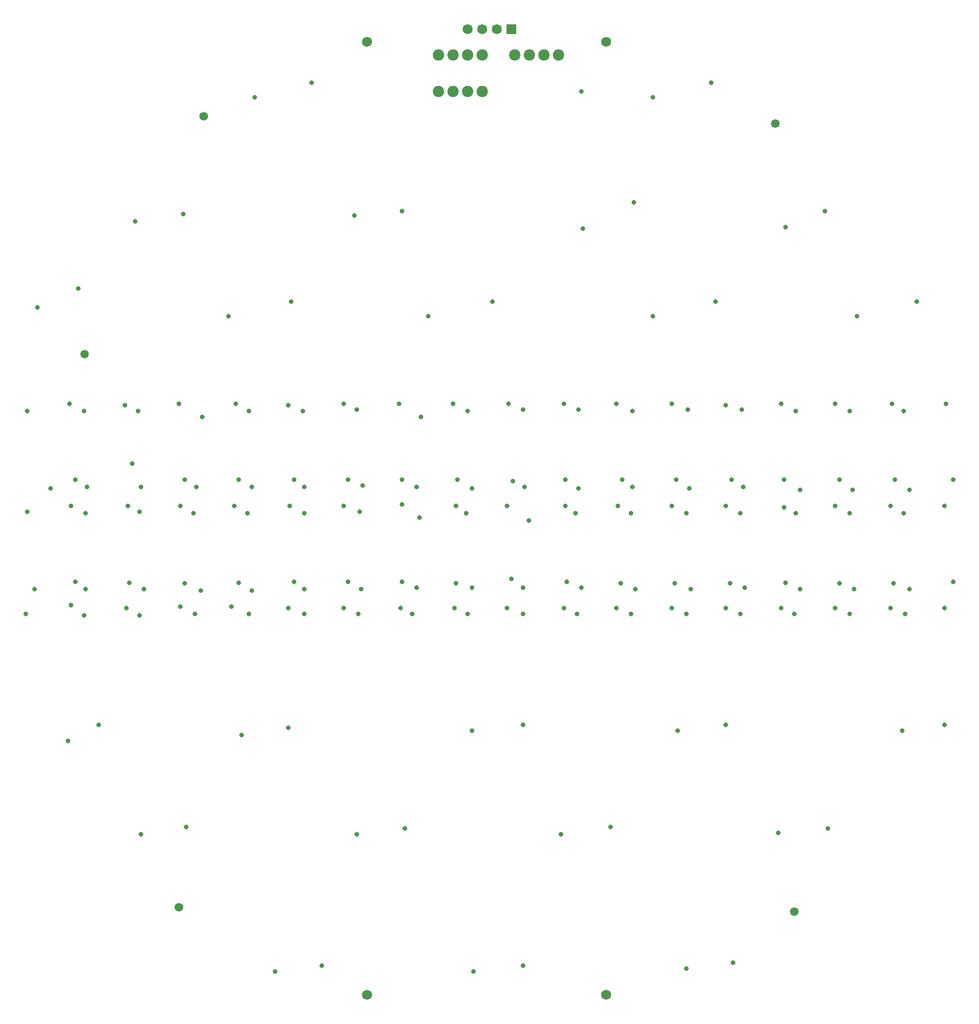
<source format=gbr>
G04*
G04 #@! TF.GenerationSoftware,Altium Limited,Altium Designer,24.2.2 (26)*
G04*
G04 Layer_Color=16711935*
%FSLAX44Y44*%
%MOMM*%
G71*
G04*
G04 #@! TF.SameCoordinates,C09E280A-887C-4CB5-B33B-2E433380E6FD*
G04*
G04*
G04 #@! TF.FilePolarity,Negative*
G04*
G01*
G75*
%ADD21C,1.7272*%
%ADD22C,1.9812*%
%ADD23R,1.7272X1.7272*%
%ADD24C,0.8382*%
%ADD25C,1.5000*%
%ADD26C,1.4732*%
D21*
X675640Y66040D02*
D03*
X1092200Y1724660D02*
D03*
Y66040D02*
D03*
X675640Y1724660D02*
D03*
X901700Y1746250D02*
D03*
X876300D02*
D03*
X850900D02*
D03*
D22*
Y1638300D02*
D03*
X876300D02*
D03*
X800100D02*
D03*
X825500D02*
D03*
X850900Y1701800D02*
D03*
X876300D02*
D03*
X800100D02*
D03*
X825500D02*
D03*
X958850D02*
D03*
X933450D02*
D03*
X1009650D02*
D03*
X984250D02*
D03*
D23*
X927100Y1746250D02*
D03*
D24*
X919480Y916940D02*
D03*
X762000Y949960D02*
D03*
X858520Y947420D02*
D03*
X949960Y949960D02*
D03*
X1236980Y947420D02*
D03*
X922020Y1094740D02*
D03*
X769620Y1071880D02*
D03*
X447040Y1094740D02*
D03*
X259080Y916940D02*
D03*
X736600Y919480D02*
D03*
X830580Y916940D02*
D03*
X1021080D02*
D03*
X1043940Y947420D02*
D03*
X1112520Y916940D02*
D03*
X1137920Y949960D02*
D03*
X1206500Y916940D02*
D03*
X1587500D02*
D03*
X1330960Y949960D02*
D03*
X1402080Y914400D02*
D03*
X1521460Y944880D02*
D03*
X1590040Y1094740D02*
D03*
X1109980D02*
D03*
X1051560Y1399540D02*
D03*
X858520Y525780D02*
D03*
X1216660D02*
D03*
X861060Y106680D02*
D03*
X1018540Y1094740D02*
D03*
X1397000D02*
D03*
X947420Y774700D02*
D03*
X665480Y772160D02*
D03*
X566420D02*
D03*
X185420D02*
D03*
X160020Y744220D02*
D03*
X566420Y949960D02*
D03*
X474980D02*
D03*
X444500Y916940D02*
D03*
X378460Y949960D02*
D03*
X281940D02*
D03*
X187960D02*
D03*
X266700Y990600D02*
D03*
X350520Y741680D02*
D03*
X635000Y1094740D02*
D03*
X657860Y1084580D02*
D03*
X731520Y1094740D02*
D03*
X154940Y508000D02*
D03*
X947420Y535940D02*
D03*
X1300480D02*
D03*
X957580Y891540D02*
D03*
X767080Y896620D02*
D03*
X566420Y904240D02*
D03*
X947420Y116840D02*
D03*
X208280Y535940D02*
D03*
X256540Y739140D02*
D03*
X287020Y772160D02*
D03*
X261470Y782470D02*
D03*
X358140Y782320D02*
D03*
X451970Y782470D02*
D03*
X538480Y739140D02*
D03*
X635000D02*
D03*
X734060D02*
D03*
X754530Y728830D02*
D03*
X828040Y739140D02*
D03*
X850900Y728980D02*
D03*
X947420D02*
D03*
X1018540Y739140D02*
D03*
X1049020Y774700D02*
D03*
X1041400Y728980D02*
D03*
X1117600Y782320D02*
D03*
X1109980Y739140D02*
D03*
X1135530Y728830D02*
D03*
X1143000Y772160D02*
D03*
X1211580Y782320D02*
D03*
X1206500Y739140D02*
D03*
X1231900Y728980D02*
D03*
X1326030Y728830D02*
D03*
X1300480Y739140D02*
D03*
X1308100Y782320D02*
D03*
X1333500Y774700D02*
D03*
X1404470Y782470D02*
D03*
X1419860Y728980D02*
D03*
X1430020Y772160D02*
D03*
X1498600Y782320D02*
D03*
X1516530Y728830D02*
D03*
X1524000Y772160D02*
D03*
X1592580Y782320D02*
D03*
X1620520Y772160D02*
D03*
X1587500Y739140D02*
D03*
X1612900Y728980D02*
D03*
X1681480Y535940D02*
D03*
X1607820Y525780D02*
D03*
X1684020Y1094740D02*
D03*
X474980Y769620D02*
D03*
X1490980Y739140D02*
D03*
X1397000D02*
D03*
X927100Y789940D02*
D03*
X830580Y782320D02*
D03*
X762000Y774700D02*
D03*
X736600Y784860D02*
D03*
X642620D02*
D03*
X660400Y728980D02*
D03*
X566420D02*
D03*
X469900D02*
D03*
X375920D02*
D03*
X279400Y726440D02*
D03*
X81280Y728980D02*
D03*
X83820Y906780D02*
D03*
X160020Y916940D02*
D03*
X185420Y904240D02*
D03*
X279400Y906780D02*
D03*
X350520Y916940D02*
D03*
X373380Y904240D02*
D03*
X467360D02*
D03*
X541020Y916940D02*
D03*
X635000D02*
D03*
X662940Y906780D02*
D03*
X1681480Y916940D02*
D03*
X825500Y1094740D02*
D03*
X850900Y1082040D02*
D03*
X947420Y1084580D02*
D03*
X1043940D02*
D03*
X1137920Y1082040D02*
D03*
X1206500Y1094740D02*
D03*
X1234440Y1084580D02*
D03*
X1300480Y1092200D02*
D03*
X1328420Y1084580D02*
D03*
X1422400Y1082040D02*
D03*
X1490980Y1094740D02*
D03*
X1516380Y1082040D02*
D03*
X1610360D02*
D03*
X1633220Y1272540D02*
D03*
X1529080Y1247140D02*
D03*
X1282700Y1272540D02*
D03*
X1173480Y1247140D02*
D03*
X894080Y1272540D02*
D03*
X782320Y1247140D02*
D03*
X543560Y1272540D02*
D03*
X434340Y1247140D02*
D03*
X172720Y1295400D02*
D03*
X101600Y1262380D02*
D03*
X355600Y1424940D02*
D03*
X271780Y1412240D02*
D03*
X736600Y1430020D02*
D03*
X1140460Y1445260D02*
D03*
X1473200Y1430020D02*
D03*
X1404620Y1402080D02*
D03*
X1275080Y1653540D02*
D03*
X1173480Y1628140D02*
D03*
X1049020Y1638300D02*
D03*
X480060Y1628140D02*
D03*
X579120Y1653540D02*
D03*
X515620Y106680D02*
D03*
X596900Y116840D02*
D03*
X1231900Y111760D02*
D03*
X1313180Y121920D02*
D03*
X1478280Y355600D02*
D03*
X1391920Y347980D02*
D03*
X1099820Y358140D02*
D03*
X1013460Y345440D02*
D03*
X741680Y355600D02*
D03*
X657860Y345440D02*
D03*
X281940D02*
D03*
X360680Y358140D02*
D03*
X457200Y518160D02*
D03*
X538480Y530860D02*
D03*
X1696720Y784860D02*
D03*
X1681480Y739140D02*
D03*
X1239520Y772160D02*
D03*
X1023620Y784860D02*
D03*
X919480Y739140D02*
D03*
X858520Y774700D02*
D03*
X182880Y726440D02*
D03*
X439420Y741680D02*
D03*
X548640Y784860D02*
D03*
X386080Y769620D02*
D03*
X96520Y772160D02*
D03*
X167640Y784860D02*
D03*
Y962660D02*
D03*
X848360Y904240D02*
D03*
X1038860D02*
D03*
X1135380D02*
D03*
X1231900D02*
D03*
X1300480Y916940D02*
D03*
X1325880Y904240D02*
D03*
X1422400D02*
D03*
X1490980Y916940D02*
D03*
X1516380Y904240D02*
D03*
X1610360D02*
D03*
X1696720Y962660D02*
D03*
X1620520Y944880D02*
D03*
X1595120Y962660D02*
D03*
X1498600D02*
D03*
X1430020Y944880D02*
D03*
X1402080Y962660D02*
D03*
X1310640D02*
D03*
X1214120D02*
D03*
X1120140D02*
D03*
X1021080D02*
D03*
X929640Y960120D02*
D03*
X833120Y962660D02*
D03*
X736600D02*
D03*
X668020Y952500D02*
D03*
X642620Y962660D02*
D03*
X548640D02*
D03*
X452120D02*
D03*
X358140D02*
D03*
X124460Y947420D02*
D03*
X83820Y1082040D02*
D03*
X157480Y1094740D02*
D03*
X182880Y1082040D02*
D03*
X254000Y1092200D02*
D03*
X276860Y1082040D02*
D03*
X347980Y1094740D02*
D03*
X388620Y1071880D02*
D03*
X469900Y1082040D02*
D03*
X538480Y1092200D02*
D03*
X563880Y1082040D02*
D03*
X654050Y1422400D02*
D03*
D25*
X391160Y1595120D02*
D03*
X1386840Y1582420D02*
D03*
X1419860Y210820D02*
D03*
X347980Y218440D02*
D03*
D26*
X184150Y1181100D02*
D03*
M02*

</source>
